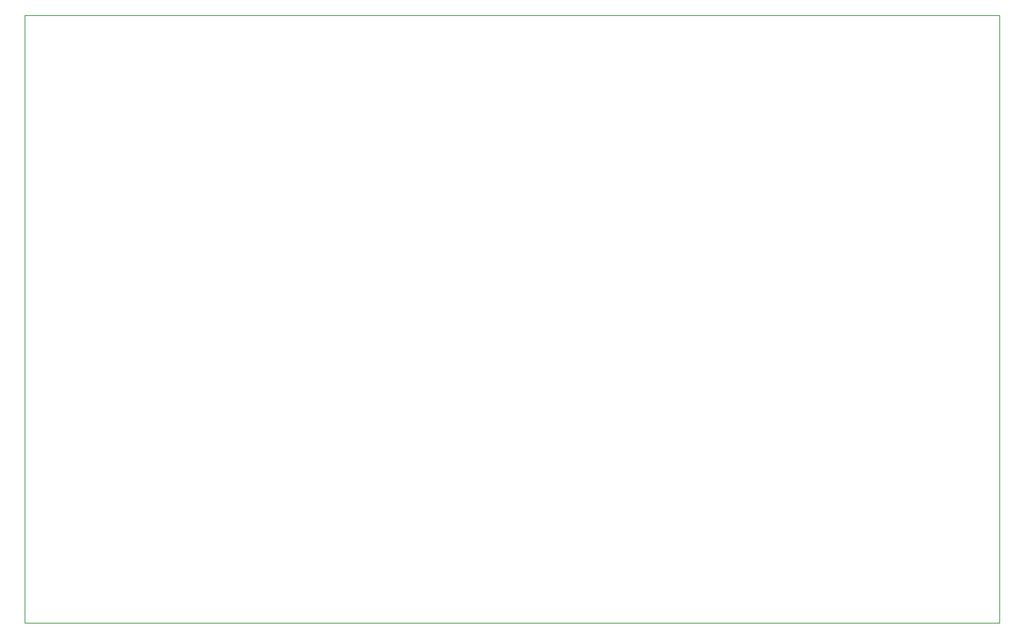
<source format=gbr>
%TF.GenerationSoftware,KiCad,Pcbnew,8.0.7*%
%TF.CreationDate,2025-04-06T16:58:41-05:00*%
%TF.ProjectId,inputs,696e7075-7473-42e6-9b69-6361645f7063,rev?*%
%TF.SameCoordinates,Original*%
%TF.FileFunction,Profile,NP*%
%FSLAX46Y46*%
G04 Gerber Fmt 4.6, Leading zero omitted, Abs format (unit mm)*
G04 Created by KiCad (PCBNEW 8.0.7) date 2025-04-06 16:58:41*
%MOMM*%
%LPD*%
G01*
G04 APERTURE LIST*
%TA.AperFunction,Profile*%
%ADD10C,0.050000*%
%TD*%
G04 APERTURE END LIST*
D10*
X115000000Y-49000000D02*
X229000000Y-49000000D01*
X229000000Y-120000000D01*
X115000000Y-120000000D01*
X115000000Y-49000000D01*
M02*

</source>
